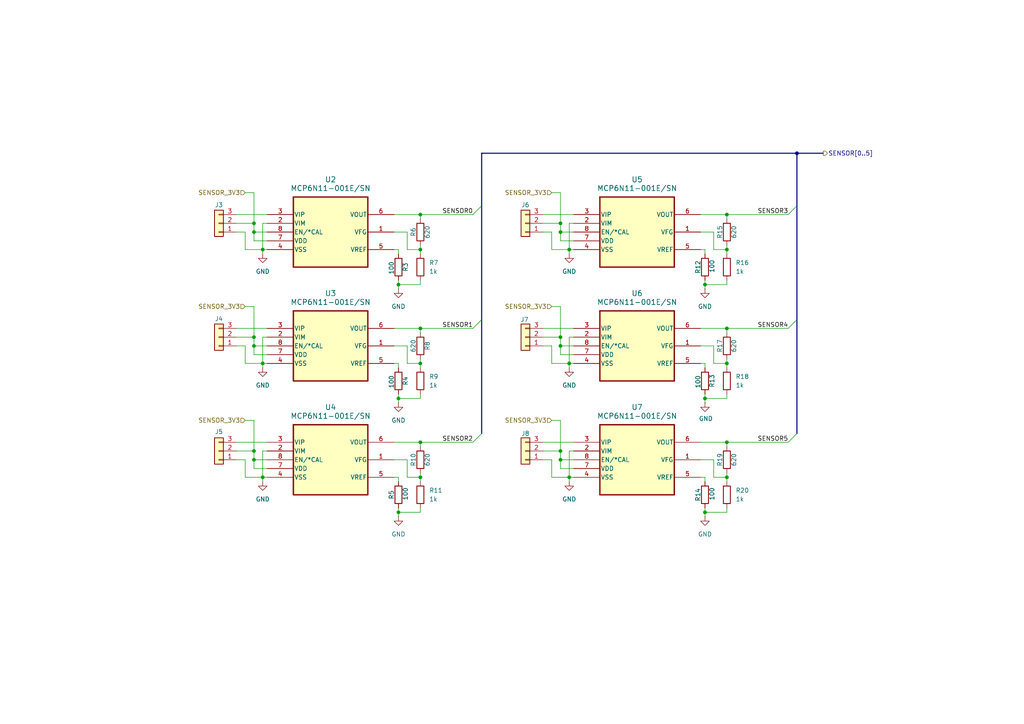
<source format=kicad_sch>
(kicad_sch (version 20231120) (generator "eeschema") (generator_version "8.0")
  (paper "A4")
  (title_block (title "Estante Irrigada - Controle") (date "2024-06-07") (rev "1") (company "Gustavo Adolpho Souteras Barbosa"))
  (lib_symbols
    (symbol "Connector_Generic:Conn_01x03" (pin_names (offset 1.016) hide)
      (property "Reference" "J" (at 0 5.08 0))
      (property "Value" "Conn_01x03" (at 0 -5.08 0))
      (symbol "Conn_01x03_1_1"
        (rectangle (start -1.27 -2.413) (end 0 -2.667) (stroke (width 0.1524)))
        (rectangle (start -1.27 0.127) (end 0 -0.127) (stroke (width 0.1524)))
        (rectangle (start -1.27 2.667) (end 0 2.413) (stroke (width 0.1524)))
        (rectangle (start -1.27 3.81) (end 1.27 -3.81) (stroke (width 0.254)) (fill (type background)))
        (pin passive line (at -5.08 2.54 0) (length 3.81) (name "Pin_1") (number "1"))
        (pin passive line (at -5.08 0 0) (length 3.81) (name "Pin_2") (number "2"))
        (pin passive line (at -5.08 -2.54 0) (length 3.81) (name "Pin_3") (number "3"))
      )
    )
    (symbol "Device:R" (pin_numbers hide) (pin_names (offset 0))
      (property "Reference" "R" (at 2.032 0 90))
      (property "Value" "R" (at 0 0 90))
      (symbol "R_0_1"
        (rectangle (start -1.016 -2.54) (end 1.016 2.54) (stroke (width 0.254)))
      )
      (symbol "R_1_1"
        (pin passive line (at 0 3.81 270) (length 1.27) (name "~") (number "1"))
        (pin passive line (at 0 -3.81 90) (length 1.27) (name "~") (number "2"))
      )
    )
    (symbol "MCP6N11-001E-SN:MCP6N11-001E_SN" (pin_names (offset 0.254))
      (property "Reference" "U" (at 18.288 9.652 0))
      (property "Value" "MCP6N11-001E/SN" (at 18.288 7.112 0))
      (symbol "MCP6N11-001E_SN_0_1"
        (pin input line (at 36.83 -5.08 180) (length 7.62) (name "VFG") (number "1"))
        (pin input line (at 0 -2.54 0) (length 7.62) (name "VIM") (number "2"))
        (pin input line (at 0 0 0) (length 7.62) (name "VIP") (number "3"))
        (pin power_in line (at 0 -10.16 0) (length 7.62) (name "VSS") (number "4"))
        (pin input line (at 36.83 -10.16 180) (length 7.62) (name "VREF") (number "5"))
        (pin output line (at 36.83 0 180) (length 7.62) (name "VOUT") (number "6"))
        (pin power_in line (at 0 -7.62 0) (length 7.62) (name "VDD") (number "7"))
        (pin bidirectional line (at 0 -5.08 0) (length 7.62) (name "EN/*CAL") (number "8"))
      )
      (symbol "MCP6N11-001E_SN_1_1"
        (rectangle (start 7.62 5.08) (end 29.21 -15.24) (stroke (width 0.41)) (fill (type background)))
      )
    )
    (symbol "power:GND" (power) (pin_numbers hide) (pin_names (offset 0) hide)
      (property "Value" "GND" (at 0 -3.81 0))
      (symbol "GND_0_1"
        (polyline (pts (xy 0 0) (xy 0 -1.27) (xy 1.27 -1.27) (xy 0 -2.54) (xy -1.27 -1.27) (xy 0 -1.27)))
      )
      (symbol "GND_1_1"
        (pin power_in line (at 0 0 270) (length 0) (name "~") (number "1"))
      )
    )
  )
  (junction (at 210.82 128.27))
  (junction (at 165.1 72.39))
  (junction (at 231.14 44.45))
  (junction (at 204.47 115.57))
  (junction (at 121.92 72.39))
  (junction (at 121.92 128.27))
  (junction (at 121.92 95.25))
  (junction (at 210.82 72.39))
  (junction (at 76.2 105.41))
  (junction (at 162.56 67.31))
  (junction (at 165.1 105.41))
  (junction (at 162.56 97.79))
  (junction (at 162.56 100.33))
  (junction (at 165.1 138.43))
  (junction (at 73.66 97.79))
  (junction (at 115.57 115.57))
  (junction (at 115.57 148.59))
  (junction (at 210.82 95.25))
  (junction (at 121.92 138.43))
  (junction (at 76.2 72.39))
  (junction (at 162.56 64.77))
  (junction (at 210.82 105.41))
  (junction (at 204.47 82.55))
  (junction (at 73.66 67.31))
  (junction (at 76.2 138.43))
  (junction (at 162.56 133.35))
  (junction (at 73.66 100.33))
  (junction (at 162.56 130.81))
  (junction (at 204.47 148.59))
  (junction (at 73.66 130.81))
  (junction (at 121.92 105.41))
  (junction (at 73.66 133.35))
  (junction (at 121.92 62.23))
  (junction (at 115.57 82.55))
  (junction (at 210.82 138.43))
  (junction (at 210.82 62.23))
  (junction (at 73.66 64.77))
  (bus_entry (at 137.16 62.23) (size 2.54 -2.54))
  (bus_entry (at 137.16 128.27) (size 2.54 -2.54))
  (bus_entry (at 228.6 95.25) (size 2.54 -2.54))
  (bus_entry (at 228.6 62.23) (size 2.54 -2.54))
  (bus_entry (at 137.16 95.25) (size 2.54 -2.54))
  (bus_entry (at 228.6 128.27) (size 2.54 -2.54))
  (wire (pts (xy 210.82 81.28) (xy 210.82 82.55)))
  (wire (pts (xy 166.37 130.81) (xy 165.1 130.81)))
  (wire (pts (xy 68.58 128.27) (xy 77.47 128.27)))
  (wire (pts (xy 68.58 97.79) (xy 73.66 97.79)))
  (wire (pts (xy 204.47 147.32) (xy 204.47 148.59)))
  (wire (pts (xy 68.58 67.31) (xy 71.12 67.31)))
  (wire (pts (xy 203.2 133.35) (xy 207.01 133.35)))
  (wire (pts (xy 204.47 72.39) (xy 204.47 73.66)))
  (wire (pts (xy 207.01 105.41) (xy 210.82 105.41)))
  (wire (pts (xy 68.58 130.81) (xy 73.66 130.81)))
  (wire (pts (xy 157.48 95.25) (xy 166.37 95.25)))
  (wire (pts (xy 118.11 72.39) (xy 121.92 72.39)))
  (wire (pts (xy 115.57 81.28) (xy 115.57 82.55)))
  (wire (pts (xy 73.66 100.33) (xy 77.47 100.33)))
  (wire (pts (xy 71.12 121.92) (xy 73.66 121.92)))
  (wire (pts (xy 157.48 128.27) (xy 166.37 128.27)))
  (wire (pts (xy 160.02 133.35) (xy 160.02 138.43)))
  (wire (pts (xy 71.12 138.43) (xy 76.2 138.43)))
  (wire (pts (xy 121.92 95.25) (xy 137.16 95.25)))
  (wire (pts (xy 160.02 88.9) (xy 162.56 88.9)))
  (wire (pts (xy 210.82 82.55) (xy 204.47 82.55)))
  (wire (pts (xy 203.2 62.23) (xy 210.82 62.23)))
  (wire (pts (xy 210.82 128.27) (xy 228.6 128.27)))
  (wire (pts (xy 203.2 67.31) (xy 207.01 67.31)))
  (wire (pts (xy 114.3 67.31) (xy 118.11 67.31)))
  (wire (pts (xy 207.01 138.43) (xy 210.82 138.43)))
  (wire (pts (xy 166.37 64.77) (xy 165.1 64.77)))
  (wire (pts (xy 157.48 62.23) (xy 166.37 62.23)))
  (wire (pts (xy 121.92 72.39) (xy 121.92 73.66)))
  (wire (pts (xy 204.47 114.3) (xy 204.47 115.57)))
  (wire (pts (xy 73.66 64.77) (xy 73.66 67.31)))
  (wire (pts (xy 162.56 133.35) (xy 166.37 133.35)))
  (wire (pts (xy 121.92 95.25) (xy 121.92 96.52)))
  (wire (pts (xy 165.1 64.77) (xy 165.1 72.39)))
  (wire (pts (xy 210.82 72.39) (xy 210.82 73.66)))
  (wire (pts (xy 121.92 147.32) (xy 121.92 148.59)))
  (wire (pts (xy 73.66 55.88) (xy 73.66 64.77)))
  (wire (pts (xy 73.66 133.35) (xy 73.66 135.89)))
  (wire (pts (xy 115.57 106.68) (xy 115.57 105.41)))
  (wire (pts (xy 73.66 67.31) (xy 73.66 69.85)))
  (wire (pts (xy 121.92 148.59) (xy 115.57 148.59)))
  (wire (pts (xy 162.56 130.81) (xy 162.56 133.35)))
  (wire (pts (xy 157.48 97.79) (xy 162.56 97.79)))
  (wire (pts (xy 121.92 114.3) (xy 121.92 115.57)))
  (wire (pts (xy 121.92 137.16) (xy 121.92 138.43)))
  (wire (pts (xy 121.92 128.27) (xy 137.16 128.27)))
  (wire (pts (xy 157.48 64.77) (xy 162.56 64.77)))
  (wire (pts (xy 114.3 138.43) (xy 115.57 138.43)))
  (wire (pts (xy 73.66 88.9) (xy 73.66 97.79)))
  (bus (pts (xy 231.14 92.71) (xy 231.14 125.73)))
  (wire (pts (xy 210.82 62.23) (xy 210.82 63.5)))
  (wire (pts (xy 71.12 55.88) (xy 73.66 55.88)))
  (wire (pts (xy 121.92 138.43) (xy 121.92 139.7)))
  (wire (pts (xy 77.47 97.79) (xy 76.2 97.79)))
  (wire (pts (xy 162.56 100.33) (xy 166.37 100.33)))
  (wire (pts (xy 165.1 73.66) (xy 165.1 72.39)))
  (wire (pts (xy 77.47 130.81) (xy 76.2 130.81)))
  (wire (pts (xy 77.47 67.31) (xy 73.66 67.31)))
  (wire (pts (xy 204.47 82.55) (xy 204.47 83.82)))
  (wire (pts (xy 118.11 133.35) (xy 118.11 138.43)))
  (wire (pts (xy 121.92 104.14) (xy 121.92 105.41)))
  (wire (pts (xy 76.2 130.81) (xy 76.2 138.43)))
  (wire (pts (xy 121.92 128.27) (xy 121.92 129.54)))
  (wire (pts (xy 73.66 102.87) (xy 77.47 102.87)))
  (wire (pts (xy 207.01 100.33) (xy 207.01 105.41)))
  (wire (pts (xy 121.92 62.23) (xy 121.92 63.5)))
  (wire (pts (xy 162.56 88.9) (xy 162.56 97.79)))
  (wire (pts (xy 68.58 62.23) (xy 77.47 62.23)))
  (wire (pts (xy 207.01 72.39) (xy 210.82 72.39)))
  (wire (pts (xy 114.3 62.23) (xy 121.92 62.23)))
  (wire (pts (xy 203.2 138.43) (xy 204.47 138.43)))
  (bus (pts (xy 231.14 59.69) (xy 231.14 92.71)))
  (wire (pts (xy 71.12 100.33) (xy 71.12 105.41)))
  (wire (pts (xy 165.1 106.68) (xy 165.1 105.41)))
  (wire (pts (xy 203.2 105.41) (xy 204.47 105.41)))
  (wire (pts (xy 210.82 115.57) (xy 204.47 115.57)))
  (wire (pts (xy 210.82 138.43) (xy 210.82 139.7)))
  (wire (pts (xy 162.56 67.31) (xy 166.37 67.31)))
  (wire (pts (xy 160.02 72.39) (xy 165.1 72.39)))
  (bus (pts (xy 139.7 44.45) (xy 139.7 59.69)))
  (wire (pts (xy 71.12 88.9) (xy 73.66 88.9)))
  (bus (pts (xy 139.7 92.71) (xy 139.7 125.73)))
  (wire (pts (xy 162.56 97.79) (xy 162.56 100.33)))
  (wire (pts (xy 210.82 148.59) (xy 204.47 148.59)))
  (wire (pts (xy 165.1 105.41) (xy 166.37 105.41)))
  (wire (pts (xy 207.01 133.35) (xy 207.01 138.43)))
  (wire (pts (xy 157.48 130.81) (xy 162.56 130.81)))
  (wire (pts (xy 204.47 81.28) (xy 204.47 82.55)))
  (wire (pts (xy 162.56 133.35) (xy 162.56 135.89)))
  (wire (pts (xy 162.56 55.88) (xy 162.56 64.77)))
  (wire (pts (xy 166.37 97.79) (xy 165.1 97.79)))
  (wire (pts (xy 121.92 81.28) (xy 121.92 82.55)))
  (wire (pts (xy 162.56 102.87) (xy 166.37 102.87)))
  (wire (pts (xy 68.58 95.25) (xy 77.47 95.25)))
  (bus (pts (xy 139.7 59.69) (xy 139.7 92.71)))
  (wire (pts (xy 160.02 121.92) (xy 162.56 121.92)))
  (wire (pts (xy 204.47 148.59) (xy 204.47 149.86)))
  (wire (pts (xy 115.57 138.43) (xy 115.57 139.7)))
  (wire (pts (xy 160.02 67.31) (xy 160.02 72.39)))
  (wire (pts (xy 165.1 138.43) (xy 166.37 138.43)))
  (wire (pts (xy 114.3 95.25) (xy 121.92 95.25)))
  (wire (pts (xy 203.2 72.39) (xy 204.47 72.39)))
  (wire (pts (xy 114.3 100.33) (xy 118.11 100.33)))
  (wire (pts (xy 210.82 137.16) (xy 210.82 138.43)))
  (wire (pts (xy 210.82 71.12) (xy 210.82 72.39)))
  (wire (pts (xy 76.2 64.77) (xy 76.2 72.39)))
  (wire (pts (xy 118.11 100.33) (xy 118.11 105.41)))
  (wire (pts (xy 160.02 105.41) (xy 165.1 105.41)))
  (wire (pts (xy 77.47 72.39) (xy 76.2 72.39)))
  (wire (pts (xy 73.66 135.89) (xy 77.47 135.89)))
  (wire (pts (xy 73.66 97.79) (xy 73.66 100.33)))
  (wire (pts (xy 162.56 69.85) (xy 166.37 69.85)))
  (wire (pts (xy 115.57 148.59) (xy 115.57 149.86)))
  (wire (pts (xy 210.82 128.27) (xy 210.82 129.54)))
  (wire (pts (xy 160.02 55.88) (xy 162.56 55.88)))
  (wire (pts (xy 210.82 105.41) (xy 210.82 106.68)))
  (wire (pts (xy 115.57 105.41) (xy 114.3 105.41)))
  (wire (pts (xy 203.2 95.25) (xy 210.82 95.25)))
  (wire (pts (xy 76.2 105.41) (xy 77.47 105.41)))
  (wire (pts (xy 210.82 104.14) (xy 210.82 105.41)))
  (wire (pts (xy 73.66 121.92) (xy 73.66 130.81)))
  (wire (pts (xy 118.11 138.43) (xy 121.92 138.43)))
  (wire (pts (xy 157.48 67.31) (xy 160.02 67.31)))
  (wire (pts (xy 76.2 139.7) (xy 76.2 138.43)))
  (wire (pts (xy 73.66 69.85) (xy 77.47 69.85)))
  (wire (pts (xy 115.57 114.3) (xy 115.57 115.57)))
  (wire (pts (xy 165.1 130.81) (xy 165.1 138.43)))
  (wire (pts (xy 165.1 139.7) (xy 165.1 138.43)))
  (bus (pts (xy 231.14 44.45) (xy 139.7 44.45)))
  (wire (pts (xy 76.2 138.43) (xy 77.47 138.43)))
  (wire (pts (xy 115.57 147.32) (xy 115.57 148.59)))
  (wire (pts (xy 71.12 67.31) (xy 71.12 72.39)))
  (wire (pts (xy 76.2 97.79) (xy 76.2 105.41)))
  (wire (pts (xy 71.12 105.41) (xy 76.2 105.41)))
  (wire (pts (xy 210.82 62.23) (xy 228.6 62.23)))
  (wire (pts (xy 115.57 72.39) (xy 115.57 73.66)))
  (wire (pts (xy 210.82 147.32) (xy 210.82 148.59)))
  (wire (pts (xy 165.1 72.39) (xy 166.37 72.39)))
  (wire (pts (xy 68.58 64.77) (xy 73.66 64.77)))
  (wire (pts (xy 160.02 100.33) (xy 160.02 105.41)))
  (bus (pts (xy 238.76 44.45) (xy 231.14 44.45)))
  (wire (pts (xy 157.48 133.35) (xy 160.02 133.35)))
  (wire (pts (xy 115.57 82.55) (xy 115.57 83.82)))
  (wire (pts (xy 115.57 115.57) (xy 115.57 116.84)))
  (wire (pts (xy 207.01 67.31) (xy 207.01 72.39)))
  (bus (pts (xy 231.14 44.45) (xy 231.14 59.69)))
  (wire (pts (xy 77.47 64.77) (xy 76.2 64.77)))
  (wire (pts (xy 121.92 115.57) (xy 115.57 115.57)))
  (wire (pts (xy 160.02 138.43) (xy 165.1 138.43)))
  (wire (pts (xy 162.56 67.31) (xy 162.56 69.85)))
  (wire (pts (xy 165.1 97.79) (xy 165.1 105.41)))
  (wire (pts (xy 162.56 135.89) (xy 166.37 135.89)))
  (wire (pts (xy 73.66 130.81) (xy 73.66 133.35)))
  (wire (pts (xy 204.47 138.43) (xy 204.47 139.7)))
  (wire (pts (xy 76.2 72.39) (xy 76.2 73.66)))
  (wire (pts (xy 162.56 121.92) (xy 162.56 130.81)))
  (wire (pts (xy 118.11 105.41) (xy 121.92 105.41)))
  (wire (pts (xy 210.82 95.25) (xy 228.6 95.25)))
  (wire (pts (xy 71.12 72.39) (xy 76.2 72.39)))
  (wire (pts (xy 121.92 82.55) (xy 115.57 82.55)))
  (wire (pts (xy 121.92 71.12) (xy 121.92 72.39)))
  (wire (pts (xy 73.66 133.35) (xy 77.47 133.35)))
  (wire (pts (xy 118.11 67.31) (xy 118.11 72.39)))
  (wire (pts (xy 203.2 100.33) (xy 207.01 100.33)))
  (wire (pts (xy 204.47 105.41) (xy 204.47 106.68)))
  (wire (pts (xy 121.92 62.23) (xy 137.16 62.23)))
  (wire (pts (xy 114.3 133.35) (xy 118.11 133.35)))
  (wire (pts (xy 71.12 133.35) (xy 71.12 138.43)))
  (wire (pts (xy 114.3 128.27) (xy 121.92 128.27)))
  (wire (pts (xy 210.82 95.25) (xy 210.82 96.52)))
  (wire (pts (xy 68.58 133.35) (xy 71.12 133.35)))
  (wire (pts (xy 157.48 100.33) (xy 160.02 100.33)))
  (wire (pts (xy 114.3 72.39) (xy 115.57 72.39)))
  (wire (pts (xy 210.82 114.3) (xy 210.82 115.57)))
  (wire (pts (xy 204.47 115.57) (xy 204.47 116.84)))
  (wire (pts (xy 73.66 100.33) (xy 73.66 102.87)))
  (wire (pts (xy 162.56 64.77) (xy 162.56 67.31)))
  (wire (pts (xy 203.2 128.27) (xy 210.82 128.27)))
  (wire (pts (xy 76.2 106.68) (xy 76.2 105.41)))
  (wire (pts (xy 162.56 100.33) (xy 162.56 102.87)))
  (wire (pts (xy 68.58 100.33) (xy 71.12 100.33)))
  (wire (pts (xy 121.92 105.41) (xy 121.92 106.68)))
  (label "SENSOR2" (at 128.27 128.27 0))
  (label "SENSOR0" (at 128.27 62.23 0))
  (label "SENSOR5" (at 219.71 128.27 0))
  (label "SENSOR3" (at 219.71 62.23 0))
  (label "SENSOR4" (at 219.71 95.25 0))
  (label "SENSOR1" (at 128.27 95.25 0))
  (hierarchical_label "SENSOR_3V3" (shape input) (at 160.02 121.92 180))
  (hierarchical_label "SENSOR_3V3" (shape input) (at 160.02 55.88 180))
  (hierarchical_label "SENSOR_3V3" (shape input) (at 160.02 88.9 180))
  (hierarchical_label "SENSOR[0..5]" (shape output) (at 238.76 44.45 0))
  (hierarchical_label "SENSOR_3V3" (shape input) (at 71.12 88.9 180))
  (hierarchical_label "SENSOR_3V3" (shape input) (at 71.12 55.88 180))
  (hierarchical_label "SENSOR_3V3" (shape input) (at 71.12 121.92 180))
  (symbol (lib_id "Device:R") (at 210.82 100.33 0) (unit 1)
    (property "Reference" "R17" (at 208.788 100.33 90))
    (property "Value" "620" (at 212.852 100.33 90))
    (property "Footprint" "Resistor_SMD:R_0805_2012Metric_Pad1.20x1.40mm_HandSolder" (effects (hide yes)))
    (property "Description" "Resistor" (effects (hide yes)))
  )
  (symbol (lib_id "Device:R") (at 204.47 77.47 0) (unit 1)
    (property "Reference" "R12" (at 202.438 77.47 90))
    (property "Value" "100" (at 206.502 77.216 90))
    (property "Footprint" "Resistor_SMD:R_0805_2012Metric_Pad1.20x1.40mm_HandSolder" (effects (hide yes)))
    (property "Description" "Resistor" (effects (hide yes)))
  )
  (symbol (lib_id "Device:R") (at 210.82 143.51 180) (unit 1)
    (property "Reference" "R20" (at 213.36 142.2399 0) (effects (justify right)))
    (property "Value" "1k" (at 213.36 144.7799 0) (effects (justify right)))
    (property "Footprint" "Resistor_SMD:R_0805_2012Metric_Pad1.20x1.40mm_HandSolder" (effects (hide yes)))
    (property "Description" "Resistor" (effects (hide yes)))
  )
  (symbol (lib_id "Connector_Generic:Conn_01x03") (at 63.5 64.77 180) (unit 1)
    (property "Reference" "J3" (at 63.5 59.436 0))
    (property "Value" "Conn_01x03" (effects (hide yes)))
    (property "Footprint" "Connector_PinHeader_2.54mm:PinHeader_1x03_P2.54mm_Vertical" (effects (hide yes)))
    (property "Description" "Generic connector, single row, 01x03, script generated (kicad-library-utils/schlib/autogen/connector/)" (effects (hide yes)))
  )
  (symbol (lib_id "power:GND") (at 204.47 83.82 0) (unit 1)
    (property "Reference" "#PWR022" (effects (hide yes)))
    (property "Value" "GND" (at 204.47 88.9 0))
    (property "Description" "Power symbol creates a global label with name \"GND\" , ground" (effects (hide yes)))
  )
  (symbol (lib_id "power:GND") (at 76.2 106.68 0) (unit 1)
    (property "Reference" "#PWR014" (effects (hide yes)))
    (property "Value" "GND" (at 76.2 111.76 0))
    (property "Description" "Power symbol creates a global label with name \"GND\" , ground" (effects (hide yes)))
  )
  (symbol (lib_id "Device:R") (at 210.82 110.49 180) (unit 1)
    (property "Reference" "R18" (at 213.36 109.2199 0) (effects (justify right)))
    (property "Value" "1k" (at 213.36 111.7599 0) (effects (justify right)))
    (property "Footprint" "Resistor_SMD:R_0805_2012Metric_Pad1.20x1.40mm_HandSolder" (effects (hide yes)))
    (property "Description" "Resistor" (effects (hide yes)))
  )
  (symbol (lib_id "Connector_Generic:Conn_01x03") (at 63.5 97.79 180) (unit 1)
    (property "Reference" "J4" (at 63.5 92.456 0))
    (property "Value" "Conn_01x03" (effects (hide yes)))
    (property "Footprint" "Connector_PinHeader_2.54mm:PinHeader_1x03_P2.54mm_Vertical" (effects (hide yes)))
    (property "Description" "Generic connector, single row, 01x03, script generated (kicad-library-utils/schlib/autogen/connector/)" (effects (hide yes)))
  )
  (symbol (lib_id "Device:R") (at 121.92 77.47 0) (unit 1)
    (property "Reference" "R7" (at 124.46 76.1999 0) (effects (justify left)))
    (property "Value" "1k" (at 124.46 78.7399 0) (effects (justify left)))
    (property "Footprint" "Resistor_SMD:R_0805_2012Metric_Pad1.20x1.40mm_HandSolder" (effects (hide yes)))
    (property "Description" "Resistor" (effects (hide yes)))
  )
  (symbol (lib_id "power:GND") (at 76.2 139.7 0) (unit 1)
    (property "Reference" "#PWR015" (effects (hide yes)))
    (property "Value" "GND" (at 76.2 144.78 0))
    (property "Description" "Power symbol creates a global label with name \"GND\" , ground" (effects (hide yes)))
  )
  (symbol (lib_id "Device:R") (at 210.82 133.35 0) (unit 1)
    (property "Reference" "R19" (at 208.788 133.35 90))
    (property "Value" "620" (at 212.852 133.35 90))
    (property "Footprint" "Resistor_SMD:R_0805_2012Metric_Pad1.20x1.40mm_HandSolder" (effects (hide yes)))
    (property "Description" "Resistor" (effects (hide yes)))
  )
  (symbol (lib_id "power:GND") (at 76.2 73.66 0) (unit 1)
    (property "Reference" "#PWR013" (effects (hide yes)))
    (property "Value" "GND" (at 76.2 78.74 0))
    (property "Description" "Power symbol creates a global label with name \"GND\" , ground" (effects (hide yes)))
  )
  (symbol (lib_id "power:GND") (at 115.57 116.84 0) (unit 1)
    (property "Reference" "#PWR017" (effects (hide yes)))
    (property "Value" "GND" (at 115.57 121.92 0))
    (property "Description" "Power symbol creates a global label with name \"GND\" , ground" (effects (hide yes)))
  )
  (symbol (lib_id "MCP6N11-001E-SN:MCP6N11-001E_SN") (at 166.37 62.23 0) (unit 1)
    (property "Reference" "U5" (at 184.785 52.07 0) (effects (font (size 1.524 1.524))))
    (property "Value" "MCP6N11-001E/SN" (at 184.785 54.61 0) (effects (font (size 1.524 1.524))))
    (property "Footprint" "MCP6N11-001E-SN:SOIC8-N_MC_MCH" (effects (hide yes)))
    (property "Datasheet" "MCP6N11-001E/SN" (effects (hide yes)))
    (property "Description" "500 kHz, 800 µA Instrumentation Amplifier" (effects (hide yes)))
  )
  (symbol (lib_id "Device:R") (at 115.57 110.49 180) (unit 1)
    (property "Reference" "R4" (at 117.602 110.49 90))
    (property "Value" "100" (at 113.538 110.744 90))
    (property "Footprint" "Resistor_SMD:R_0805_2012Metric_Pad1.20x1.40mm_HandSolder" (effects (hide yes)))
    (property "Description" "Resistor" (effects (hide yes)))
  )
  (symbol (lib_id "Device:R") (at 121.92 100.33 180) (unit 1)
    (property "Reference" "R8" (at 123.952 100.33 90))
    (property "Value" "620" (at 119.888 100.33 90))
    (property "Footprint" "Resistor_SMD:R_0805_2012Metric_Pad1.20x1.40mm_HandSolder" (effects (hide yes)))
    (property "Description" "Resistor" (effects (hide yes)))
  )
  (symbol (lib_id "Device:R") (at 121.92 133.35 0) (unit 1)
    (property "Reference" "R10" (at 119.888 133.35 90))
    (property "Value" "620" (at 123.952 133.35 90))
    (property "Footprint" "Resistor_SMD:R_0805_2012Metric_Pad1.20x1.40mm_HandSolder" (effects (hide yes)))
    (property "Description" "Resistor" (effects (hide yes)))
  )
  (symbol (lib_id "Device:R") (at 115.57 143.51 0) (unit 1)
    (property "Reference" "R5" (at 113.538 143.51 90))
    (property "Value" "100" (at 117.602 143.256 90))
    (property "Footprint" "Resistor_SMD:R_0805_2012Metric_Pad1.20x1.40mm_HandSolder" (effects (hide yes)))
    (property "Description" "Resistor" (effects (hide yes)))
  )
  (symbol (lib_id "power:GND") (at 115.57 149.86 0) (unit 1)
    (property "Reference" "#PWR018" (effects (hide yes)))
    (property "Value" "GND" (at 115.57 154.94 0))
    (property "Description" "Power symbol creates a global label with name \"GND\" , ground" (effects (hide yes)))
  )
  (symbol (lib_id "Device:R") (at 204.47 110.49 180) (unit 1)
    (property "Reference" "R13" (at 206.502 110.49 90))
    (property "Value" "100" (at 202.438 110.744 90))
    (property "Footprint" "Resistor_SMD:R_0805_2012Metric_Pad1.20x1.40mm_HandSolder" (effects (hide yes)))
    (property "Description" "Resistor" (effects (hide yes)))
  )
  (symbol (lib_id "Device:R") (at 121.92 67.31 0) (unit 1)
    (property "Reference" "R6" (at 119.888 67.31 90))
    (property "Value" "620" (at 123.952 67.31 90))
    (property "Footprint" "Resistor_SMD:R_0805_2012Metric_Pad1.20x1.40mm_HandSolder" (effects (hide yes)))
    (property "Description" "Resistor" (effects (hide yes)))
  )
  (symbol (lib_id "power:GND") (at 165.1 73.66 0) (unit 1)
    (property "Reference" "#PWR019" (effects (hide yes)))
    (property "Value" "GND" (at 165.1 78.74 0))
    (property "Description" "Power symbol creates a global label with name \"GND\" , ground" (effects (hide yes)))
  )
  (symbol (lib_id "Device:R") (at 210.82 67.31 0) (unit 1)
    (property "Reference" "R15" (at 208.788 67.31 90))
    (property "Value" "620" (at 212.852 67.31 90))
    (property "Footprint" "Resistor_SMD:R_0805_2012Metric_Pad1.20x1.40mm_HandSolder" (effects (hide yes)))
    (property "Description" "Resistor" (effects (hide yes)))
  )
  (symbol (lib_id "MCP6N11-001E-SN:MCP6N11-001E_SN") (at 166.37 95.25 0) (unit 1)
    (property "Reference" "U6" (at 184.785 85.09 0) (effects (font (size 1.524 1.524))))
    (property "Value" "MCP6N11-001E/SN" (at 184.785 87.63 0) (effects (font (size 1.524 1.524))))
    (property "Footprint" "MCP6N11-001E-SN:SOIC8-N_MC_MCH" (effects (hide yes)))
    (property "Datasheet" "MCP6N11-001E/SN" (effects (hide yes)))
    (property "Description" "500 kHz, 800 µA Instrumentation Amplifier" (effects (hide yes)))
  )
  (symbol (lib_id "MCP6N11-001E-SN:MCP6N11-001E_SN") (at 166.37 128.27 0) (unit 1)
    (property "Reference" "U7" (at 184.785 118.11 0) (effects (font (size 1.524 1.524))))
    (property "Value" "MCP6N11-001E/SN" (at 184.785 120.65 0) (effects (font (size 1.524 1.524))))
    (property "Footprint" "MCP6N11-001E-SN:SOIC8-N_MC_MCH" (effects (hide yes)))
    (property "Datasheet" "MCP6N11-001E/SN" (effects (hide yes)))
    (property "Description" "500 kHz, 800 µA Instrumentation Amplifier" (effects (hide yes)))
  )
  (symbol (lib_id "Device:R") (at 121.92 143.51 180) (unit 1)
    (property "Reference" "R11" (at 124.46 142.2399 0) (effects (justify right)))
    (property "Value" "1k" (at 124.46 144.7799 0) (effects (justify right)))
    (property "Footprint" "Resistor_SMD:R_0805_2012Metric_Pad1.20x1.40mm_HandSolder" (effects (hide yes)))
    (property "Description" "Resistor" (effects (hide yes)))
  )
  (symbol (lib_id "Connector_Generic:Conn_01x03") (at 152.4 97.79 180) (unit 1)
    (property "Reference" "J7" (at 152.146 92.71 0))
    (property "Value" "Conn_01x03" (effects (hide yes)))
    (property "Footprint" "Connector_PinHeader_2.54mm:PinHeader_1x03_P2.54mm_Vertical" (effects (hide yes)))
    (property "Description" "Generic connector, single row, 01x03, script generated (kicad-library-utils/schlib/autogen/connector/)" (effects (hide yes)))
  )
  (symbol (lib_id "MCP6N11-001E-SN:MCP6N11-001E_SN") (at 77.47 128.27 0) (unit 1)
    (property "Reference" "U4" (at 95.885 118.11 0) (effects (font (size 1.524 1.524))))
    (property "Value" "MCP6N11-001E/SN" (at 95.885 120.65 0) (effects (font (size 1.524 1.524))))
    (property "Footprint" "MCP6N11-001E-SN:SOIC8-N_MC_MCH" (effects (hide yes)))
    (property "Datasheet" "MCP6N11-001E/SN" (effects (hide yes)))
    (property "Description" "500 kHz, 800 µA Instrumentation Amplifier" (effects (hide yes)))
  )
  (symbol (lib_id "Device:R") (at 115.57 77.47 180) (unit 1)
    (property "Reference" "R3" (at 117.602 77.47 90))
    (property "Value" "100" (at 113.538 77.724 90))
    (property "Footprint" "Resistor_SMD:R_0805_2012Metric_Pad1.20x1.40mm_HandSolder" (effects (hide yes)))
    (property "Description" "Resistor" (effects (hide yes)))
  )
  (symbol (lib_id "MCP6N11-001E-SN:MCP6N11-001E_SN") (at 77.47 95.25 0) (unit 1)
    (property "Reference" "U3" (at 95.885 85.09 0) (effects (font (size 1.524 1.524))))
    (property "Value" "MCP6N11-001E/SN" (at 95.885 87.63 0) (effects (font (size 1.524 1.524))))
    (property "Footprint" "MCP6N11-001E-SN:SOIC8-N_MC_MCH" (effects (hide yes)))
    (property "Datasheet" "MCP6N11-001E/SN" (effects (hide yes)))
    (property "Description" "500 kHz, 800 µA Instrumentation Amplifier" (effects (hide yes)))
  )
  (symbol (lib_id "MCP6N11-001E-SN:MCP6N11-001E_SN") (at 77.47 62.23 0) (unit 1)
    (property "Reference" "U2" (at 95.885 52.07 0) (effects (font (size 1.524 1.524))))
    (property "Value" "MCP6N11-001E/SN" (at 95.885 54.61 0) (effects (font (size 1.524 1.524))))
    (property "Footprint" "MCP6N11-001E-SN:SOIC8-N_MC_MCH" (effects (hide yes)))
    (property "Datasheet" "MCP6N11-001E/SN" (effects (hide yes)))
    (property "Description" "500 kHz, 800 µA Instrumentation Amplifier" (effects (hide yes)))
  )
  (symbol (lib_id "Connector_Generic:Conn_01x03") (at 152.4 130.81 180) (unit 1)
    (property "Reference" "J8" (at 152.4 125.73 0))
    (property "Value" "Conn_01x03" (effects (hide yes)))
    (property "Footprint" "Connector_PinHeader_2.54mm:PinHeader_1x03_P2.54mm_Vertical" (effects (hide yes)))
    (property "Description" "Generic connector, single row, 01x03, script generated (kicad-library-utils/schlib/autogen/connector/)" (effects (hide yes)))
  )
  (symbol (lib_id "Device:R") (at 210.82 77.47 180) (unit 1)
    (property "Reference" "R16" (at 213.36 76.1999 0) (effects (justify right)))
    (property "Value" "1k" (at 213.36 78.7399 0) (effects (justify right)))
    (property "Footprint" "Resistor_SMD:R_0805_2012Metric_Pad1.20x1.40mm_HandSolder" (effects (hide yes)))
    (property "Description" "Resistor" (effects (hide yes)))
  )
  (symbol (lib_id "power:GND") (at 115.57 83.82 0) (unit 1)
    (property "Reference" "#PWR016" (effects (hide yes)))
    (property "Value" "GND" (at 115.57 88.9 0))
    (property "Description" "Power symbol creates a global label with name \"GND\" , ground" (effects (hide yes)))
  )
  (symbol (lib_id "Device:R") (at 204.47 143.51 0) (unit 1)
    (property "Reference" "R14" (at 202.438 143.51 90))
    (property "Value" "100" (at 206.502 143.256 90))
    (property "Footprint" "Resistor_SMD:R_0805_2012Metric_Pad1.20x1.40mm_HandSolder" (effects (hide yes)))
    (property "Description" "Resistor" (effects (hide yes)))
  )
  (symbol (lib_id "power:GND") (at 204.47 149.86 0) (unit 1)
    (property "Reference" "#PWR024" (effects (hide yes)))
    (property "Value" "GND" (at 204.47 154.94 0))
    (property "Description" "Power symbol creates a global label with name \"GND\" , ground" (effects (hide yes)))
  )
  (symbol (lib_id "power:GND") (at 165.1 139.7 0) (unit 1)
    (property "Reference" "#PWR021" (effects (hide yes)))
    (property "Value" "GND" (at 165.1 144.78 0))
    (property "Description" "Power symbol creates a global label with name \"GND\" , ground" (effects (hide yes)))
  )
  (symbol (lib_id "Connector_Generic:Conn_01x03") (at 152.4 64.77 180) (unit 1)
    (property "Reference" "J6" (at 152.4 59.436 0))
    (property "Value" "Conn_01x03" (effects (hide yes)))
    (property "Footprint" "Connector_PinHeader_2.54mm:PinHeader_1x03_P2.54mm_Vertical" (effects (hide yes)))
    (property "Description" "Generic connector, single row, 01x03, script generated (kicad-library-utils/schlib/autogen/connector/)" (effects (hide yes)))
  )
  (symbol (lib_id "Connector_Generic:Conn_01x03") (at 63.5 130.81 180) (unit 1)
    (property "Reference" "J5" (at 63.5 125.222 0))
    (property "Value" "Conn_01x03" (effects (hide yes)))
    (property "Footprint" "Connector_PinHeader_2.54mm:PinHeader_1x03_P2.54mm_Vertical" (effects (hide yes)))
    (property "Description" "Generic connector, single row, 01x03, script generated (kicad-library-utils/schlib/autogen/connector/)" (effects (hide yes)))
  )
  (symbol (lib_id "Device:R") (at 121.92 110.49 0) (unit 1)
    (property "Reference" "R9" (at 124.46 109.2199 0) (effects (justify left)))
    (property "Value" "1k" (at 124.46 111.7599 0) (effects (justify left)))
    (property "Footprint" "Resistor_SMD:R_0805_2012Metric_Pad1.20x1.40mm_HandSolder" (effects (hide yes)))
    (property "Description" "Resistor" (effects (hide yes)))
  )
  (symbol (lib_id "power:GND") (at 165.1 106.68 0) (unit 1)
    (property "Reference" "#PWR020" (effects (hide yes)))
    (property "Value" "GND" (at 165.1 111.76 0))
    (property "Description" "Power symbol creates a global label with name \"GND\" , ground" (effects (hide yes)))
  )
  (symbol (lib_id "power:GND") (at 204.47 116.84 0) (unit 1)
    (property "Reference" "#PWR023" (effects (hide yes)))
    (property "Value" "GND" (at 204.724 121.412 0))
    (property "Description" "Power symbol creates a global label with name \"GND\" , ground" (effects (hide yes)))
  )
)
</source>
